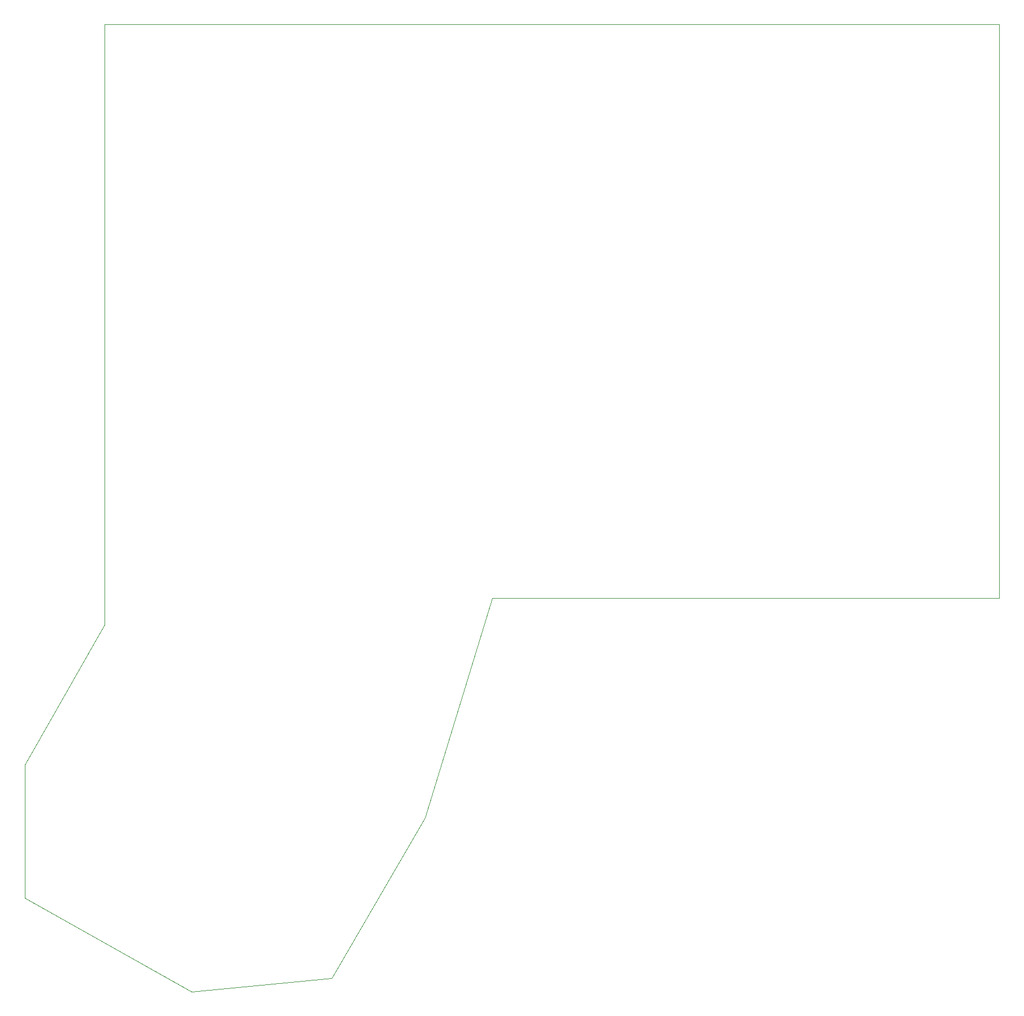
<source format=gbr>
%TF.GenerationSoftware,KiCad,Pcbnew,(6.0.10)*%
%TF.CreationDate,2023-01-22T22:35:48-08:00*%
%TF.ProjectId,keyboard_right,6b657962-6f61-4726-945f-72696768742e,rev?*%
%TF.SameCoordinates,Original*%
%TF.FileFunction,Profile,NP*%
%FSLAX46Y46*%
G04 Gerber Fmt 4.6, Leading zero omitted, Abs format (unit mm)*
G04 Created by KiCad (PCBNEW (6.0.10)) date 2023-01-22 22:35:48*
%MOMM*%
%LPD*%
G01*
G04 APERTURE LIST*
%TA.AperFunction,Profile*%
%ADD10C,0.100000*%
%TD*%
G04 APERTURE END LIST*
D10*
X79000000Y-47000000D02*
X79000000Y-33000000D01*
X137000000Y-119000000D02*
X127000000Y-152000000D01*
X92000000Y-178000000D02*
X113000000Y-176000000D01*
X79000000Y-47000000D02*
X79000000Y-123000000D01*
X213000000Y-119000000D02*
X137000000Y-119000000D01*
X79000000Y-33000000D02*
X213000000Y-33000000D01*
X127000000Y-152000000D02*
X113000000Y-176000000D01*
X213000000Y-33000000D02*
X213000000Y-119000000D01*
X79000000Y-123000000D02*
X67000000Y-144000000D01*
X67000000Y-164000000D02*
X67000000Y-144000000D01*
X92000000Y-178000000D02*
X67000000Y-164000000D01*
M02*

</source>
